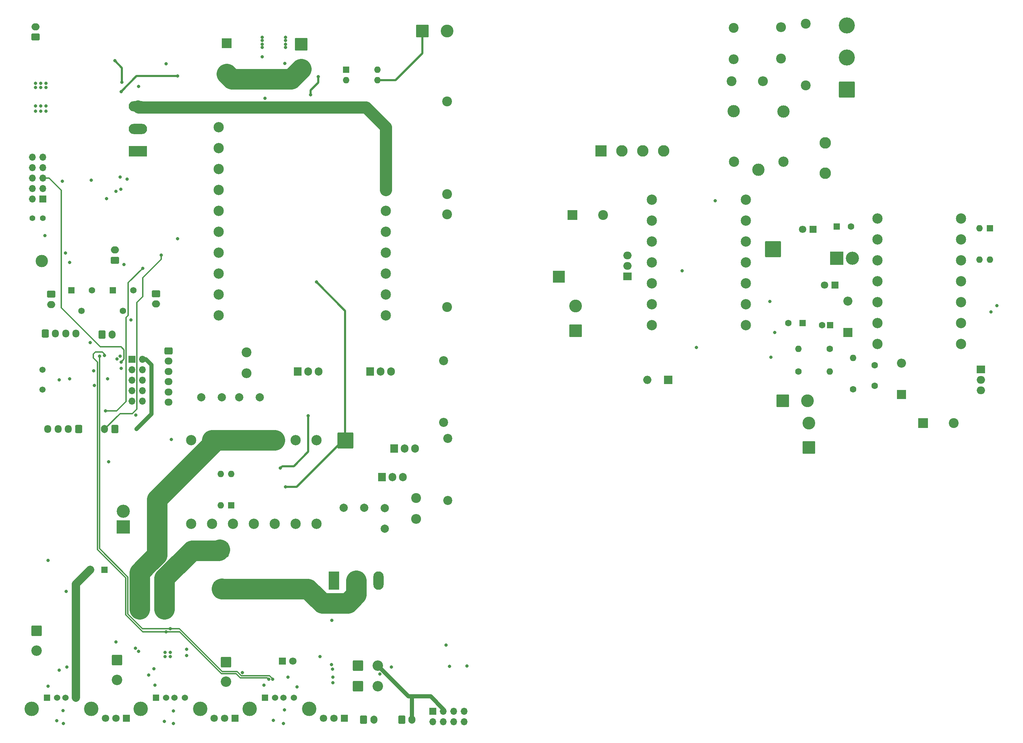
<source format=gbr>
%TF.GenerationSoftware,KiCad,Pcbnew,7.0.6-7.0.6~ubuntu22.04.1*%
%TF.CreationDate,2023-07-19T17:33:20+03:00*%
%TF.ProjectId,supply,73757070-6c79-42e6-9b69-6361645f7063,rev?*%
%TF.SameCoordinates,Original*%
%TF.FileFunction,Copper,L3,Inr*%
%TF.FilePolarity,Positive*%
%FSLAX46Y46*%
G04 Gerber Fmt 4.6, Leading zero omitted, Abs format (unit mm)*
G04 Created by KiCad (PCBNEW 7.0.6-7.0.6~ubuntu22.04.1) date 2023-07-19 17:33:20*
%MOMM*%
%LPD*%
G01*
G04 APERTURE LIST*
G04 Aperture macros list*
%AMRoundRect*
0 Rectangle with rounded corners*
0 $1 Rounding radius*
0 $2 $3 $4 $5 $6 $7 $8 $9 X,Y pos of 4 corners*
0 Add a 4 corners polygon primitive as box body*
4,1,4,$2,$3,$4,$5,$6,$7,$8,$9,$2,$3,0*
0 Add four circle primitives for the rounded corners*
1,1,$1+$1,$2,$3*
1,1,$1+$1,$4,$5*
1,1,$1+$1,$6,$7*
1,1,$1+$1,$8,$9*
0 Add four rect primitives between the rounded corners*
20,1,$1+$1,$2,$3,$4,$5,0*
20,1,$1+$1,$4,$5,$6,$7,0*
20,1,$1+$1,$6,$7,$8,$9,0*
20,1,$1+$1,$8,$9,$2,$3,0*%
G04 Aperture macros list end*
%TA.AperFunction,ComponentPad*%
%ADD10R,2.400000X2.400000*%
%TD*%
%TA.AperFunction,ComponentPad*%
%ADD11C,2.400000*%
%TD*%
%TA.AperFunction,ComponentPad*%
%ADD12R,3.200000X3.200000*%
%TD*%
%TA.AperFunction,ComponentPad*%
%ADD13O,3.200000X3.200000*%
%TD*%
%TA.AperFunction,ComponentPad*%
%ADD14R,3.000000X3.000000*%
%TD*%
%TA.AperFunction,ComponentPad*%
%ADD15R,1.600000X1.600000*%
%TD*%
%TA.AperFunction,ComponentPad*%
%ADD16O,1.600000X1.600000*%
%TD*%
%TA.AperFunction,ComponentPad*%
%ADD17O,2.400000X2.400000*%
%TD*%
%TA.AperFunction,ComponentPad*%
%ADD18R,1.700000X1.700000*%
%TD*%
%TA.AperFunction,ComponentPad*%
%ADD19O,1.700000X1.700000*%
%TD*%
%TA.AperFunction,ComponentPad*%
%ADD20R,1.800000X1.800000*%
%TD*%
%TA.AperFunction,ComponentPad*%
%ADD21C,1.800000*%
%TD*%
%TA.AperFunction,ComponentPad*%
%ADD22R,1.560000X1.560000*%
%TD*%
%TA.AperFunction,ComponentPad*%
%ADD23C,1.560000*%
%TD*%
%TA.AperFunction,ComponentPad*%
%ADD24C,1.600000*%
%TD*%
%TA.AperFunction,ComponentPad*%
%ADD25RoundRect,0.250002X1.699998X1.699998X-1.699998X1.699998X-1.699998X-1.699998X1.699998X-1.699998X0*%
%TD*%
%TA.AperFunction,ComponentPad*%
%ADD26RoundRect,0.249999X-1.025001X1.025001X-1.025001X-1.025001X1.025001X-1.025001X1.025001X1.025001X0*%
%TD*%
%TA.AperFunction,ComponentPad*%
%ADD27C,2.550000*%
%TD*%
%TA.AperFunction,ComponentPad*%
%ADD28RoundRect,0.250000X0.750000X-0.600000X0.750000X0.600000X-0.750000X0.600000X-0.750000X-0.600000X0*%
%TD*%
%TA.AperFunction,ComponentPad*%
%ADD29O,2.000000X1.700000*%
%TD*%
%TA.AperFunction,ComponentPad*%
%ADD30C,2.200000*%
%TD*%
%TA.AperFunction,ComponentPad*%
%ADD31C,1.400000*%
%TD*%
%TA.AperFunction,ComponentPad*%
%ADD32C,2.500000*%
%TD*%
%TA.AperFunction,ComponentPad*%
%ADD33RoundRect,0.250000X-0.725000X0.600000X-0.725000X-0.600000X0.725000X-0.600000X0.725000X0.600000X0*%
%TD*%
%TA.AperFunction,ComponentPad*%
%ADD34O,1.950000X1.700000*%
%TD*%
%TA.AperFunction,ComponentPad*%
%ADD35R,2.200000X2.200000*%
%TD*%
%TA.AperFunction,ComponentPad*%
%ADD36O,2.200000X2.200000*%
%TD*%
%TA.AperFunction,ComponentPad*%
%ADD37RoundRect,0.250000X-0.600000X-0.750000X0.600000X-0.750000X0.600000X0.750000X-0.600000X0.750000X0*%
%TD*%
%TA.AperFunction,ComponentPad*%
%ADD38O,1.700000X2.000000*%
%TD*%
%TA.AperFunction,ComponentPad*%
%ADD39RoundRect,0.249999X1.300001X-1.300001X1.300001X1.300001X-1.300001X1.300001X-1.300001X-1.300001X0*%
%TD*%
%TA.AperFunction,ComponentPad*%
%ADD40C,3.100000*%
%TD*%
%TA.AperFunction,ComponentPad*%
%ADD41RoundRect,0.250002X1.699998X-1.699998X1.699998X1.699998X-1.699998X1.699998X-1.699998X-1.699998X0*%
%TD*%
%TA.AperFunction,ComponentPad*%
%ADD42C,3.900000*%
%TD*%
%TA.AperFunction,ComponentPad*%
%ADD43C,2.000000*%
%TD*%
%TA.AperFunction,ComponentPad*%
%ADD44RoundRect,0.250000X0.600000X0.725000X-0.600000X0.725000X-0.600000X-0.725000X0.600000X-0.725000X0*%
%TD*%
%TA.AperFunction,ComponentPad*%
%ADD45O,1.700000X1.950000*%
%TD*%
%TA.AperFunction,ComponentPad*%
%ADD46RoundRect,0.250000X-0.600000X-0.725000X0.600000X-0.725000X0.600000X0.725000X-0.600000X0.725000X0*%
%TD*%
%TA.AperFunction,ComponentPad*%
%ADD47RoundRect,0.249999X-1.025001X-1.025001X1.025001X-1.025001X1.025001X1.025001X-1.025001X1.025001X0*%
%TD*%
%TA.AperFunction,ComponentPad*%
%ADD48R,4.500000X2.500000*%
%TD*%
%TA.AperFunction,ComponentPad*%
%ADD49O,4.500000X2.500000*%
%TD*%
%TA.AperFunction,ComponentPad*%
%ADD50R,1.905000X2.000000*%
%TD*%
%TA.AperFunction,ComponentPad*%
%ADD51O,1.905000X2.000000*%
%TD*%
%TA.AperFunction,ComponentPad*%
%ADD52R,1.524000X1.524000*%
%TD*%
%TA.AperFunction,ComponentPad*%
%ADD53C,1.524000*%
%TD*%
%TA.AperFunction,ComponentPad*%
%ADD54C,3.500000*%
%TD*%
%TA.AperFunction,ComponentPad*%
%ADD55RoundRect,0.249999X-1.300001X-1.300001X1.300001X-1.300001X1.300001X1.300001X-1.300001X1.300001X0*%
%TD*%
%TA.AperFunction,ComponentPad*%
%ADD56R,2.000000X1.905000*%
%TD*%
%TA.AperFunction,ComponentPad*%
%ADD57O,2.000000X1.905000*%
%TD*%
%TA.AperFunction,ComponentPad*%
%ADD58RoundRect,0.250000X-0.750000X0.600000X-0.750000X-0.600000X0.750000X-0.600000X0.750000X0.600000X0*%
%TD*%
%TA.AperFunction,ComponentPad*%
%ADD59RoundRect,0.250000X0.600000X0.750000X-0.600000X0.750000X-0.600000X-0.750000X0.600000X-0.750000X0*%
%TD*%
%TA.AperFunction,ComponentPad*%
%ADD60RoundRect,0.249999X-1.300001X1.300001X-1.300001X-1.300001X1.300001X-1.300001X1.300001X1.300001X0*%
%TD*%
%TA.AperFunction,ComponentPad*%
%ADD61C,3.000000*%
%TD*%
%TA.AperFunction,ComponentPad*%
%ADD62R,2.800000X2.800000*%
%TD*%
%TA.AperFunction,ComponentPad*%
%ADD63C,2.800000*%
%TD*%
%TA.AperFunction,ComponentPad*%
%ADD64R,2.500000X4.500000*%
%TD*%
%TA.AperFunction,ComponentPad*%
%ADD65O,2.500000X4.500000*%
%TD*%
%TA.AperFunction,ComponentPad*%
%ADD66RoundRect,0.249999X1.300001X1.300001X-1.300001X1.300001X-1.300001X-1.300001X1.300001X-1.300001X0*%
%TD*%
%TA.AperFunction,ComponentPad*%
%ADD67C,1.500000*%
%TD*%
%TA.AperFunction,ComponentPad*%
%ADD68R,2.000000X2.000000*%
%TD*%
%TA.AperFunction,ComponentPad*%
%ADD69O,2.000000X2.000000*%
%TD*%
%TA.AperFunction,ViaPad*%
%ADD70C,0.800000*%
%TD*%
%TA.AperFunction,Conductor*%
%ADD71C,0.500000*%
%TD*%
%TA.AperFunction,Conductor*%
%ADD72C,5.000000*%
%TD*%
%TA.AperFunction,Conductor*%
%ADD73C,3.000000*%
%TD*%
%TA.AperFunction,Conductor*%
%ADD74C,2.000000*%
%TD*%
%TA.AperFunction,Conductor*%
%ADD75C,1.000000*%
%TD*%
%TA.AperFunction,Conductor*%
%ADD76C,0.300000*%
%TD*%
G04 APERTURE END LIST*
D10*
%TO.N,/Input power with filter/VOUT_PRE_PFC*%
%TO.C,C1*%
X220250000Y-110000000D03*
D11*
%TO.N,/Input power with filter/VOUT_PRE_GND*%
X227750000Y-110000000D03*
%TD*%
D12*
%TO.N,Net-(D4-K)*%
%TO.C,D4*%
X284500000Y-120500000D03*
D13*
%TO.N,Net-(D4-A)*%
X288310000Y-120500000D03*
%TD*%
D14*
%TO.N,/Input power with filter/HV_GND*%
%TO.C,TP1*%
X217000000Y-125000000D03*
%TD*%
D15*
%TO.N,Net-(R59-Pad2)*%
%TO.C,U21*%
X165200000Y-74725000D03*
D16*
%TO.N,Net-(Q10-D)*%
X165200000Y-77265000D03*
%TO.N,GNDPWR*%
X172820000Y-77265000D03*
%TO.N,Net-(U22-CT)*%
X172820000Y-74725000D03*
%TD*%
D11*
%TO.N,/Input power with filter/STARTUP_PROTECT_IN*%
%TO.C,R1*%
X271000000Y-72010000D03*
D17*
%TO.N,Net-(R1-Pad2)*%
X271000000Y-64390000D03*
%TD*%
D18*
%TO.N,/Control & Fan/MOSI*%
%TO.C,J13*%
X113175000Y-145080000D03*
D19*
%TO.N,/Control & Fan/+5V_VSYS*%
X115715000Y-145080000D03*
%TO.N,unconnected-(J13-Pin_3-Pad3)*%
X113175000Y-147620000D03*
%TO.N,/Control & Fan/RXD*%
X115715000Y-147620000D03*
%TO.N,/Control & Fan/RESET#*%
X113175000Y-150160000D03*
%TO.N,/Control & Fan/TXD*%
X115715000Y-150160000D03*
%TO.N,/Control & Fan/SCK*%
X113175000Y-152700000D03*
%TO.N,GND*%
X115715000Y-152700000D03*
%TO.N,/Control & Fan/MISO*%
X113175000Y-155240000D03*
%TO.N,GND*%
X115715000Y-155240000D03*
%TD*%
D20*
%TO.N,Net-(D9-A1)*%
%TO.C,D9*%
X111800000Y-232250000D03*
D21*
%TO.N,Net-(D9-K)*%
X109260000Y-232250000D03*
%TO.N,Net-(D9-A2)*%
X106720000Y-232250000D03*
%TD*%
D11*
%TO.N,Net-(J5-Pin_3)*%
%TO.C,Y1*%
X277000000Y-63500000D03*
%TO.N,/Input power with filter/VOUT_PRE_GND*%
X277000000Y-78500000D03*
%TD*%
D22*
%TO.N,/Control & Fan/+5V_VSYS*%
%TO.C,RV4*%
X108500000Y-128260000D03*
D23*
%TO.N,Net-(U20A--)*%
X111000000Y-133260000D03*
%TO.N,GND*%
X113500000Y-128260000D03*
%TD*%
D24*
%TO.N,Net-(D3-K)*%
%TO.C,R7*%
X282825000Y-142500000D03*
D16*
%TO.N,Net-(R6-Pad1)*%
X275205000Y-142500000D03*
%TD*%
D25*
%TO.N,/Internal 5V & out usb/V_STANDBY*%
%TO.C,J4*%
X165100000Y-164750000D03*
%TD*%
D26*
%TO.N,/Internal 5V & out usb/USB_2_+5V*%
%TO.C,F3*%
X109500000Y-218100000D03*
D27*
%TO.N,/Internal 5V & out usb/VBUS_2_+*%
X109500000Y-222900000D03*
%TD*%
D18*
%TO.N,/Control & Fan/ATTINY_MOSI*%
%TO.C,J14*%
X91525000Y-106075000D03*
D19*
%TO.N,/Control & Fan/+5V_VSYS*%
X88985000Y-106075000D03*
%TO.N,unconnected-(J14-Pin_3-Pad3)*%
X91525000Y-103535000D03*
%TO.N,/Control & Fan/ATTINY_RXD*%
X88985000Y-103535000D03*
%TO.N,/Control & Fan/POWER_OUTPUT_RESET#*%
X91525000Y-100995000D03*
%TO.N,/Control & Fan/ATTINY_TXD*%
X88985000Y-100995000D03*
%TO.N,/Control & Fan/ATTINY_SCK*%
X91525000Y-98455000D03*
%TO.N,GND*%
X88985000Y-98455000D03*
%TO.N,/Control & Fan/ATTINY_MISO*%
X91525000Y-95915000D03*
%TO.N,GND*%
X88985000Y-95915000D03*
%TD*%
D18*
%TO.N,/Output connectors/5V_FUSE*%
%TO.C,J19*%
X186350000Y-230575000D03*
D19*
%TO.N,GND*%
X186350000Y-233115000D03*
%TO.N,/Output connectors/3.3V_FUSE*%
X188890000Y-230575000D03*
%TO.N,GND*%
X188890000Y-233115000D03*
%TO.N,/Output connectors/SIGNAL_OUT_PWR_5V*%
X191430000Y-230575000D03*
%TO.N,GND*%
X191430000Y-233115000D03*
%TO.N,/Output connectors/SIGNAL_OUT_PWR_3V3*%
X193970000Y-230575000D03*
%TO.N,GND*%
X193970000Y-233115000D03*
%TD*%
D11*
%TO.N,/Power output/RC_SNABBER_MIDDLEPOINT*%
%TO.C,R60*%
X141000000Y-143360000D03*
D17*
%TO.N,Net-(C50-Pad2)*%
X141000000Y-148440000D03*
%TD*%
D28*
%TO.N,GND*%
%TO.C,D28*%
X89750000Y-66750000D03*
D29*
%TO.N,Net-(D28-A)*%
X89750000Y-64250000D03*
%TD*%
D30*
%TO.N,Net-(C23-Pad1)*%
%TO.C,C23*%
X188925200Y-160357200D03*
%TO.N,/Internal 5V & out usb/400V*%
X188925200Y-145357200D03*
%TD*%
D15*
%TO.N,Net-(D4-K)*%
%TO.C,C8*%
X284500000Y-112750000D03*
D24*
%TO.N,/Input power with filter/HV_GND*%
X288000000Y-112750000D03*
%TD*%
D31*
%TO.N,/Control & Fan/ATTINY_SCK*%
%TO.C,JP6*%
X91500000Y-110750000D03*
%TO.N,Net-(JP6-B)*%
X88960000Y-110750000D03*
%TD*%
D32*
%TO.N,Net-(D10-A-Pad1)*%
%TO.C,TR3*%
X127600000Y-185000000D03*
X127600000Y-164680000D03*
X132680000Y-185000000D03*
%TO.N,GND*%
X132680000Y-164680000D03*
%TO.N,Net-(D10-A-Pad1)*%
X137760000Y-185000000D03*
%TO.N,GND*%
X137760000Y-164680000D03*
%TO.N,Net-(D10-A-Pad3)*%
X142840000Y-185000000D03*
%TO.N,GND*%
X142840000Y-164680000D03*
%TO.N,Net-(D10-A-Pad3)*%
X147920000Y-185000000D03*
%TO.N,GND*%
X147920000Y-164680000D03*
%TO.N,Net-(D10-A-Pad3)*%
X153000000Y-185000000D03*
%TO.N,/Internal 5V & out usb/RC_SNABBER_MIDDLEPOINT*%
X153000000Y-164680000D03*
%TO.N,Net-(D10-A-Pad3)*%
X158080000Y-185000000D03*
%TO.N,Net-(C23-Pad1)*%
X158080000Y-164680000D03*
%TD*%
D24*
%TO.N,Net-(D2-K)*%
%TO.C,C6*%
X293750000Y-151500000D03*
%TO.N,/Input power with filter/OUT_400V*%
X293750000Y-146500000D03*
%TD*%
D20*
%TO.N,Net-(D6-K)*%
%TO.C,D6*%
X284100000Y-127000000D03*
D21*
%TO.N,Net-(D6-A)*%
X281560000Y-127000000D03*
%TD*%
D33*
%TO.N,Net-(J15-Pin_1)*%
%TO.C,J15*%
X122025000Y-143000000D03*
D34*
%TO.N,/Control & Fan/TFT_DC*%
X122025000Y-145500000D03*
%TO.N,/Control & Fan/MOSI*%
X122025000Y-148000000D03*
%TO.N,/Control & Fan/SCK*%
X122025000Y-150500000D03*
%TO.N,/Control & Fan/MISO*%
X122025000Y-153000000D03*
%TO.N,GND*%
X122025000Y-155500000D03*
%TD*%
D20*
%TO.N,Net-(D18-K)*%
%TO.C,D18*%
X149725000Y-218350000D03*
D21*
%TO.N,/Internal 5V & out usb/+5V_OUT*%
X152265000Y-218350000D03*
%TD*%
D10*
%TO.N,/Internal 5V & out usb/+5V_OUT*%
%TO.C,C26*%
X124400000Y-194950000D03*
D11*
%TO.N,GND*%
X116900000Y-194950000D03*
%TD*%
D35*
%TO.N,Net-(D3-K)*%
%TO.C,D3*%
X287250000Y-138560000D03*
D36*
%TO.N,Net-(D3-A)*%
X287250000Y-130940000D03*
%TD*%
D37*
%TO.N,GND*%
%TO.C,J21*%
X169500000Y-232550000D03*
D38*
%TO.N,/Output connectors/5V_FUSE*%
X172000000Y-232550000D03*
%TD*%
D39*
%TO.N,Net-(DP1-K)*%
%TO.C,CP5*%
X221000000Y-138080000D03*
D40*
%TO.N,/Input power with filter/HV_GND*%
X221000000Y-132080000D03*
%TD*%
D41*
%TO.N,Net-(J5-Pin_1)*%
%TO.C,J5*%
X287000000Y-79550000D03*
D42*
%TO.N,/Input power with filter/STARTUP_PROTECT_IN*%
X287000000Y-71750000D03*
%TO.N,Net-(J5-Pin_3)*%
X287000000Y-63950000D03*
%TD*%
D24*
%TO.N,Net-(R6-Pad1)*%
%TO.C,R6*%
X275190000Y-148000000D03*
D16*
%TO.N,/Input power with filter/OUT_400V*%
X282810000Y-148000000D03*
%TD*%
D43*
%TO.N,Net-(C50-Pad2)*%
%TO.C,C51*%
X135000000Y-154250000D03*
%TO.N,GNDPWR*%
X130000000Y-154250000D03*
%TD*%
D44*
%TO.N,GND*%
%TO.C,J9*%
X100175000Y-162000000D03*
D45*
%TO.N,/Control & Fan/ENCODER_V_CLICK*%
X97675000Y-162000000D03*
%TO.N,/Control & Fan/ENCODER_V_B*%
X95175000Y-162000000D03*
%TO.N,/Control & Fan/ENCODER_V_A*%
X92675000Y-162000000D03*
%TD*%
D46*
%TO.N,GND*%
%TO.C,J11*%
X92075000Y-138800000D03*
D45*
%TO.N,/Control & Fan/ENCODER_I_CLICK*%
X94575000Y-138800000D03*
%TO.N,/Control & Fan/ENCODER_I_B*%
X97075000Y-138800000D03*
%TO.N,/Control & Fan/ENCODER_I_A*%
X99575000Y-138800000D03*
%TD*%
D32*
%TO.N,N/C*%
%TO.C,TR1*%
X262430000Y-136740000D03*
%TO.N,Net-(DP1-A)*%
X239570000Y-136740000D03*
%TO.N,N/C*%
X262430000Y-131660000D03*
%TO.N,Net-(DP1-A)*%
X239570000Y-131660000D03*
%TO.N,N/C*%
X262430000Y-126580000D03*
X239570000Y-126580000D03*
X262430000Y-121500000D03*
X239570000Y-121500000D03*
X262430000Y-116420000D03*
X239570000Y-116420000D03*
X262430000Y-111340000D03*
%TO.N,/Input power with filter/VOUT_PRE_PFC*%
X239570000Y-111340000D03*
%TO.N,N/C*%
X262430000Y-106260000D03*
%TO.N,/Input power with filter/VOUT_PRE_PFC*%
X239570000Y-106260000D03*
%TD*%
D35*
%TO.N,Net-(D2-K)*%
%TO.C,D2*%
X300250000Y-153560000D03*
D36*
%TO.N,Net-(D2-A)*%
X300250000Y-145940000D03*
%TD*%
D47*
%TO.N,/Output connectors/5V_-*%
%TO.C,F7*%
X168100000Y-224500000D03*
D27*
%TO.N,/Output connectors/5V_FUSE*%
X172900000Y-224500000D03*
%TD*%
D30*
%TO.N,GNDPWR*%
%TO.C,C25*%
X189992000Y-179305600D03*
%TO.N,Net-(C23-Pad1)*%
X189992000Y-164305600D03*
%TD*%
D10*
%TO.N,/Input power with filter/OUT_400V*%
%TO.C,C3*%
X305487246Y-160500000D03*
D11*
%TO.N,/Input power with filter/HV_GND*%
X312987246Y-160500000D03*
%TD*%
D48*
%TO.N,Net-(D27-A-Pad1)*%
%TO.C,D27*%
X114600000Y-94500000D03*
D49*
%TO.N,Net-(D27-K)*%
X114600000Y-89050000D03*
%TO.N,Net-(D27-A-Pad3)*%
X114600000Y-83600000D03*
%TD*%
D50*
%TO.N,Net-(QP2-G)*%
%TO.C,QP2*%
X153475000Y-147995000D03*
D51*
%TO.N,/Internal 5V & out usb/400V*%
X156015000Y-147995000D03*
%TO.N,/Power output/RC_SNABBER_MIDDLEPOINT*%
X158555000Y-147995000D03*
%TD*%
D20*
%TO.N,Net-(D5-K)*%
%TO.C,D5*%
X278775000Y-113500000D03*
D21*
%TO.N,/Standby Supply/V_STANDBY*%
X276235000Y-113500000D03*
%TD*%
D11*
%TO.N,/Internal 5V & out usb/RC_SNABBER_MIDDLEPOINT*%
%TO.C,R21*%
X182270400Y-178765200D03*
D17*
%TO.N,Net-(C14-Pad2)*%
X182270400Y-183845200D03*
%TD*%
D20*
%TO.N,Net-(D14-A1)*%
%TO.C,D14*%
X138250000Y-232250000D03*
D21*
%TO.N,Net-(D14-K)*%
X135710000Y-232250000D03*
%TO.N,Net-(D14-A2)*%
X133170000Y-232250000D03*
%TD*%
D47*
%TO.N,/Output connectors/3.3V_-*%
%TO.C,F6*%
X168100000Y-219500000D03*
D27*
%TO.N,/Output connectors/3.3V_FUSE*%
X172900000Y-219500000D03*
%TD*%
D52*
%TO.N,/Internal 5V & out usb/VBUS_2*%
%TO.C,J7*%
X119000000Y-227272500D03*
D53*
%TO.N,Net-(J7-D-)*%
X121500000Y-227272500D03*
%TO.N,Net-(J7-D+)*%
X123500000Y-227272500D03*
%TO.N,GND*%
X126000000Y-227272500D03*
D54*
X115250000Y-229982500D03*
X129750000Y-229982500D03*
%TD*%
D55*
%TO.N,GNDPWR*%
%TO.C,J2*%
X183750000Y-65250000D03*
D40*
%TO.N,/Internal 5V & out usb/400V*%
X189750000Y-65250000D03*
%TD*%
D26*
%TO.N,/Internal 5V & out usb/USB_3_+5V*%
%TO.C,F4*%
X136000000Y-218600000D03*
D27*
%TO.N,/Internal 5V & out usb/VBUS_3_+*%
X136000000Y-223400000D03*
%TD*%
D28*
%TO.N,/Control & Fan/+5V_VSYS*%
%TO.C,M1*%
X108975000Y-121000000D03*
D29*
%TO.N,Net-(M1--)*%
X108975000Y-118500000D03*
%TD*%
D50*
%TO.N,Net-(QP3-G)*%
%TO.C,QP3*%
X171075000Y-148000000D03*
D51*
%TO.N,/Power output/RC_SNABBER_MIDDLEPOINT*%
X173615000Y-148000000D03*
%TO.N,GNDPWR*%
X176155000Y-148000000D03*
%TD*%
D56*
%TO.N,Net-(QP1-G)*%
%TO.C,QP1*%
X233630000Y-124915000D03*
D57*
%TO.N,Net-(DP1-A)*%
X233630000Y-122375000D03*
%TO.N,/Input power with filter/HV_GND*%
X233630000Y-119835000D03*
%TD*%
D58*
%TO.N,/Control & Fan/+5V_VSYS*%
%TO.C,TH1*%
X119025000Y-129100000D03*
D29*
%TO.N,Net-(U20A-+)*%
X119025000Y-131600000D03*
%TD*%
D43*
%TO.N,Net-(C14-Pad2)*%
%TO.C,C16*%
X174599600Y-181203600D03*
%TO.N,GNDPWR*%
X174599600Y-186203600D03*
%TD*%
D11*
%TO.N,Net-(R1-Pad2)*%
%TO.C,R2*%
X259500000Y-64490000D03*
D17*
%TO.N,Net-(R2-Pad2)*%
X259500000Y-72110000D03*
%TD*%
D58*
%TO.N,/Control & Fan/+5V_VSYS*%
%TO.C,TH2*%
X93500000Y-129250000D03*
D29*
%TO.N,Net-(U20B-+)*%
X93500000Y-131750000D03*
%TD*%
D43*
%TO.N,/Internal 5V & out usb/400V*%
%TO.C,C50*%
X144250000Y-154250000D03*
%TO.N,Net-(C50-Pad2)*%
X139250000Y-154250000D03*
%TD*%
D11*
%TO.N,GNDPWR*%
%TO.C,C56*%
X189800000Y-132350000D03*
%TO.N,Net-(C55-Pad1)*%
X189800000Y-109850000D03*
%TD*%
D20*
%TO.N,Net-(D17-A1)*%
%TO.C,D17*%
X164800000Y-232250000D03*
D21*
%TO.N,Net-(D17-K)*%
X162260000Y-232250000D03*
%TO.N,Net-(D17-A2)*%
X159720000Y-232250000D03*
%TD*%
D22*
%TO.N,/Control & Fan/+5V_VSYS*%
%TO.C,RV5*%
X98425000Y-128260000D03*
D23*
%TO.N,Net-(U20B--)*%
X100925000Y-133260000D03*
%TO.N,GND*%
X103425000Y-128260000D03*
%TD*%
D50*
%TO.N,Net-(Q5-G)*%
%TO.C,Q5*%
X176960000Y-166695000D03*
D51*
%TO.N,/Internal 5V & out usb/RC_SNABBER_MIDDLEPOINT*%
X179500000Y-166695000D03*
%TO.N,GNDPWR*%
X182040000Y-166695000D03*
%TD*%
D26*
%TO.N,/Internal 5V & out usb/USB_1_BP*%
%TO.C,F2*%
X90000000Y-211000000D03*
D27*
%TO.N,/Internal 5V & out usb/VBUS_1_+*%
X90000000Y-215800000D03*
%TD*%
D59*
%TO.N,/Control & Fan/+5V_VSYS*%
%TO.C,SW3*%
X109000000Y-162000000D03*
D38*
%TO.N,/Control & Fan/IS_ONOFF_BUTTON_PRESSED*%
X106500000Y-162000000D03*
%TD*%
D39*
%TO.N,/Input power with filter/HV_GND*%
%TO.C,J1*%
X277750000Y-166500000D03*
D40*
%TO.N,/Input power with filter/OUT_400V*%
X277750000Y-160500000D03*
%TD*%
D60*
%TO.N,/Output connectors/POWER_OUT*%
%TO.C,J18*%
X154300000Y-68526400D03*
D40*
%TO.N,GND*%
X154300000Y-74526400D03*
%TD*%
D15*
%TO.N,Net-(D6-A)*%
%TO.C,C10*%
X276250000Y-136250000D03*
D24*
%TO.N,/Input power with filter/HV_GND*%
X272750000Y-136250000D03*
%TD*%
D52*
%TO.N,/Internal 5V & out usb/VBUS_1*%
%TO.C,J6*%
X92500000Y-227272500D03*
D53*
%TO.N,/Internal 5V & out usb/USB_1_D-*%
X95000000Y-227272500D03*
%TO.N,/Internal 5V & out usb/USB_1_D+*%
X97000000Y-227272500D03*
%TO.N,GND*%
X99500000Y-227272500D03*
D54*
X88750000Y-229982500D03*
X103250000Y-229982500D03*
%TD*%
D15*
%TO.N,/Internal 5V & out usb/USB_1_BP*%
%TO.C,C22*%
X106475000Y-196200000D03*
D24*
%TO.N,GND*%
X102975000Y-196200000D03*
%TD*%
D52*
%TO.N,/Internal 5V & out usb/VBUS_3*%
%TO.C,J8*%
X145500000Y-227272500D03*
D53*
%TO.N,Net-(J8-D-)*%
X148000000Y-227272500D03*
%TO.N,Net-(J8-D+)*%
X150000000Y-227272500D03*
%TO.N,GND*%
X152500000Y-227272500D03*
D54*
X141750000Y-229982500D03*
X156250000Y-229982500D03*
%TD*%
D37*
%TO.N,GND*%
%TO.C,J20*%
X178750000Y-232550000D03*
D38*
%TO.N,/Output connectors/3.3V_FUSE*%
X181250000Y-232550000D03*
%TD*%
D15*
%TO.N,Net-(D3-K)*%
%TO.C,C4*%
X282955113Y-136750000D03*
D24*
%TO.N,/Input power with filter/HV_GND*%
X280955113Y-136750000D03*
%TD*%
D25*
%TO.N,/Standby Supply/V_STANDBY*%
%TO.C,J3*%
X269000000Y-118250000D03*
%TD*%
D61*
%TO.N,/Input power with filter/STARTUP_PROTECT_IN*%
%TO.C,K1*%
X265500000Y-99000000D03*
D32*
%TO.N,/Input power with filter/HV_GND*%
X271550000Y-97050000D03*
D61*
%TO.N,/Input power with filter/STARTUP_PROTECT_OUT*%
X271550000Y-84850000D03*
%TO.N,unconnected-(K1-Pad4)*%
X259500000Y-84800000D03*
D32*
%TO.N,Net-(K1-Pad5)*%
X259550000Y-97050000D03*
%TD*%
D62*
%TO.N,/Input power with filter/VOUT_PRE_PFC*%
%TO.C,D1*%
X227242500Y-94442500D03*
D63*
%TO.N,Net-(J5-Pin_1)*%
X232322500Y-94442500D03*
%TO.N,/Input power with filter/STARTUP_PROTECT_OUT*%
X237402500Y-94442500D03*
%TO.N,/Input power with filter/VOUT_PRE_GND*%
X242482500Y-94442500D03*
%TD*%
D32*
%TO.N,N/C*%
%TO.C,TR2*%
X294465000Y-110860000D03*
X314785000Y-110860000D03*
%TO.N,/Input power with filter/HV_GND*%
X294465000Y-115940000D03*
%TO.N,N/C*%
X314785000Y-115940000D03*
%TO.N,Net-(D4-A)*%
X294465000Y-121020000D03*
%TO.N,N/C*%
X314785000Y-121020000D03*
%TO.N,/Input power with filter/HV_GND*%
X294465000Y-126100000D03*
%TO.N,N/C*%
X314785000Y-126100000D03*
%TO.N,Net-(D3-A)*%
X294465000Y-131180000D03*
%TO.N,N/C*%
X314785000Y-131180000D03*
%TO.N,Net-(D2-A)*%
X294465000Y-136260000D03*
%TO.N,N/C*%
X314785000Y-136260000D03*
%TO.N,/Input power with filter/OUT_400V*%
X294465000Y-141340000D03*
%TO.N,N/C*%
X314785000Y-141340000D03*
%TD*%
D24*
%TO.N,Net-(D2-K)*%
%TO.C,R8*%
X288500000Y-152310000D03*
D16*
%TO.N,/Input power with filter/OUT_400V*%
X288500000Y-144690000D03*
%TD*%
D64*
%TO.N,Net-(D10-A-Pad1)*%
%TO.C,D10*%
X162250000Y-198770000D03*
D65*
%TO.N,Net-(D10-K)*%
X167700000Y-198770000D03*
%TO.N,Net-(D10-A-Pad3)*%
X173150000Y-198770000D03*
%TD*%
D15*
%TO.N,Net-(R12-Pad1)*%
%TO.C,U4*%
X321775000Y-113200000D03*
D16*
%TO.N,Net-(U5-K)*%
X319235000Y-113200000D03*
%TO.N,/Input power with filter/HV_GND*%
X319235000Y-120820000D03*
%TO.N,/Standby Supply/FEEDBACK*%
X321775000Y-120820000D03*
%TD*%
D43*
%TO.N,/Internal 5V & out usb/400V*%
%TO.C,C14*%
X164672000Y-181152800D03*
%TO.N,Net-(C14-Pad2)*%
X169672000Y-181152800D03*
%TD*%
D10*
%TO.N,Net-(U24-+)*%
%TO.C,C57*%
X136200000Y-68222220D03*
D11*
%TO.N,GND*%
X136200000Y-75722220D03*
%TD*%
%TO.N,Net-(R2-Pad2)*%
%TO.C,R3*%
X258990000Y-77500000D03*
D17*
%TO.N,/Input power with filter/STARTUP_PROTECT_OUT*%
X266610000Y-77500000D03*
%TD*%
D66*
%TO.N,/Internal 5V & out usb/+5V_OUT*%
%TO.C,J17*%
X121000000Y-205750000D03*
D40*
%TO.N,GND*%
X115000000Y-205750000D03*
%TD*%
D37*
%TO.N,Net-(D19-K)*%
%TO.C,D19*%
X105875000Y-139000000D03*
D38*
%TO.N,Net-(D19-A)*%
X108375000Y-139000000D03*
%TD*%
D63*
%TO.N,Net-(J5-Pin_1)*%
%TO.C,RV1*%
X281750000Y-92500000D03*
%TO.N,/Input power with filter/STARTUP_PROTECT_IN*%
X281750000Y-99870000D03*
%TD*%
D50*
%TO.N,Net-(Q4-G)*%
%TO.C,Q4*%
X173960000Y-173695000D03*
D51*
%TO.N,/Internal 5V & out usb/400V*%
X176500000Y-173695000D03*
%TO.N,/Internal 5V & out usb/RC_SNABBER_MIDDLEPOINT*%
X179040000Y-173695000D03*
%TD*%
D61*
%TO.N,GND*%
%TO.C,TP3*%
X91275000Y-121200000D03*
%TD*%
D11*
%TO.N,Net-(C55-Pad1)*%
%TO.C,C55*%
X189800000Y-104918000D03*
%TO.N,/Internal 5V & out usb/400V*%
X189800000Y-82418000D03*
%TD*%
D67*
%TO.N,Net-(U17-XTAL2{slash}PB7)*%
%TO.C,X1*%
X91375000Y-152450000D03*
%TO.N,Net-(U17-XTAL1{slash}PB6)*%
X91375000Y-147570000D03*
%TD*%
D55*
%TO.N,Net-(DP1-K)*%
%TO.C,F1*%
X271400000Y-155100000D03*
D40*
%TO.N,/Input power with filter/OUT_400V*%
X277400000Y-155100000D03*
%TD*%
D56*
%TO.N,Net-(Q1-G)*%
%TO.C,Q1*%
X319555000Y-147460000D03*
D57*
%TO.N,Net-(D2-A)*%
X319555000Y-150000000D03*
%TO.N,/Input power with filter/HV_GND*%
X319555000Y-152540000D03*
%TD*%
D32*
%TO.N,/Power output/RC_SNABBER_MIDDLEPOINT*%
%TO.C,TR4*%
X174920000Y-134360000D03*
%TO.N,Net-(D27-A-Pad1)*%
X134280000Y-134360000D03*
%TO.N,/Power output/RC_SNABBER_MIDDLEPOINT*%
X174920000Y-129280000D03*
%TO.N,Net-(D27-A-Pad1)*%
X134280000Y-129280000D03*
%TO.N,N/C*%
X174920000Y-124200000D03*
%TO.N,Net-(D27-A-Pad1)*%
X134280000Y-124200000D03*
%TO.N,Net-(C55-Pad1)*%
X174920000Y-119120000D03*
%TO.N,Net-(D27-A-Pad1)*%
X134280000Y-119120000D03*
%TO.N,Net-(C55-Pad1)*%
X174920000Y-114040000D03*
%TO.N,N/C*%
X134280000Y-114040000D03*
X174920000Y-108960000D03*
X134280000Y-108960000D03*
%TO.N,Net-(D27-A-Pad3)*%
X174920000Y-103880000D03*
%TO.N,GND*%
X134280000Y-103880000D03*
%TO.N,Net-(D27-A-Pad3)*%
X174920000Y-98800000D03*
%TO.N,GND*%
X134280000Y-98800000D03*
%TO.N,Net-(D27-A-Pad3)*%
X174920000Y-93720000D03*
%TO.N,GND*%
X134280000Y-93720000D03*
%TO.N,Net-(D27-A-Pad3)*%
X174920000Y-88640000D03*
%TO.N,GND*%
X134280000Y-88640000D03*
%TD*%
D68*
%TO.N,Net-(DP1-K)*%
%TO.C,DP1*%
X243540000Y-150055000D03*
D69*
%TO.N,Net-(DP1-A)*%
X238460000Y-150055000D03*
%TD*%
D12*
%TO.N,/Internal 5V & out usb/USB_1_BP*%
%TO.C,D8*%
X111050000Y-185755000D03*
D13*
%TO.N,Net-(D8-A)*%
X111050000Y-181945000D03*
%TD*%
D15*
%TO.N,Net-(R19-Pad1)*%
%TO.C,U7*%
X137275000Y-180550000D03*
D16*
%TO.N,/Internal 5V & out usb/FEEDBACK*%
X134735000Y-180550000D03*
%TO.N,GNDPWR*%
X134735000Y-172930000D03*
%TO.N,Net-(U10-CT)*%
X137275000Y-172930000D03*
%TD*%
D70*
%TO.N,GNDPWR*%
X156000000Y-158750000D03*
X149250000Y-171500000D03*
%TO.N,/Input power with filter/VOUT_PRE_PFC*%
X250400000Y-142200000D03*
%TO.N,Net-(JP1-B)*%
X269500000Y-138500000D03*
%TO.N,GND*%
X121250000Y-216250000D03*
X98000000Y-149750000D03*
X95500000Y-150000000D03*
X122500000Y-217250000D03*
X110750000Y-77750000D03*
X109000000Y-72500000D03*
X122750000Y-164500000D03*
X121250000Y-217250000D03*
X144800000Y-71587500D03*
X122500000Y-216250000D03*
X151100000Y-222250000D03*
X189500000Y-214500000D03*
X92000000Y-115000000D03*
X107250000Y-149800000D03*
X109250000Y-213750000D03*
%TO.N,/Control & Fan/+5V_VSYS*%
X112900000Y-135500000D03*
X103250000Y-101525000D03*
X114250000Y-162000000D03*
X111250000Y-122000000D03*
X153300000Y-224600000D03*
X104000000Y-151400000D03*
X96500000Y-233500000D03*
X150000000Y-233500000D03*
X150300000Y-73200000D03*
X98000000Y-121500000D03*
X123250000Y-233500000D03*
X126500000Y-215500000D03*
X145500000Y-81600000D03*
%TO.N,/Internal 5V & out usb/USB_1_+5V*%
X107500000Y-169950000D03*
%TO.N,/Internal 5V & out usb/+3.3_VOUT*%
X161700000Y-219200000D03*
%TO.N,/Control & Fan/RESET#*%
X103887500Y-147800000D03*
%TO.N,/Control & Fan/POWER_OUTPUT_RESET#*%
X110500000Y-145750000D03*
%TO.N,/Input power with filter/PFC_VCC*%
X255000000Y-106500000D03*
X268250000Y-131000000D03*
X246900000Y-123500000D03*
%TO.N,/Control & Fan/ENABLE_FAN*%
X97000000Y-119250000D03*
X110500000Y-147250000D03*
%TO.N,/Internal 5V & out usb/VBUS_1_+*%
X114750000Y-216000000D03*
X97300000Y-219800000D03*
%TO.N,/Internal 5V & out usb/VBUS_3_+*%
X140024897Y-221125604D03*
X126500000Y-217025500D03*
%TO.N,/Internal 5V & out usb/VBUS_1*%
X92750000Y-224500000D03*
X114000000Y-215250000D03*
X95450000Y-220550000D03*
%TO.N,/Internal 5V & out usb/VBUS_2*%
X118750000Y-224250000D03*
X118500000Y-220250000D03*
X117250000Y-221749500D03*
%TO.N,/Internal 5V & out usb/VBUS_3*%
X145250000Y-224250000D03*
%TO.N,/Output connectors/POWER_OUT*%
X150500000Y-66800000D03*
X150500000Y-67600000D03*
X150500000Y-68500000D03*
X150500000Y-69300000D03*
%TO.N,/Input power with filter/PFC_OK#*%
X268500000Y-144500000D03*
%TO.N,/Internal 5V & out usb/+5V_OUT*%
X136250000Y-191750000D03*
X135350000Y-190750000D03*
X135300000Y-189900000D03*
X133450000Y-190750000D03*
X134300000Y-189900000D03*
X136250000Y-190750000D03*
X133400000Y-189900000D03*
X136250000Y-192750000D03*
X134350000Y-190750000D03*
X134350000Y-191750000D03*
X135350000Y-191750000D03*
X133450000Y-191750000D03*
X134350000Y-192750000D03*
X135350000Y-192750000D03*
X136200000Y-189900000D03*
X162000000Y-222249500D03*
X133450000Y-192750000D03*
X158900000Y-217250000D03*
X161750000Y-208500000D03*
%TO.N,/Control & Fan/TFT_ENABLE#*%
X109500000Y-145000000D03*
%TO.N,/Control & Fan/POWER_OUTPUT_FB*%
X156599312Y-80750500D03*
X158500000Y-76350000D03*
X124260000Y-115740000D03*
%TO.N,Net-(U3-GATE)*%
X322000000Y-133500000D03*
%TO.N,/Control & Fan/IS_ONOFF_BUTTON_PRESSED*%
X120250000Y-119750000D03*
%TO.N,/Internal 5V & out usb/VREF_2V5*%
X150250000Y-230250000D03*
X123250000Y-230500000D03*
X121000000Y-233000000D03*
X96375000Y-230375000D03*
X94885000Y-232885000D03*
X147500000Y-232750000D03*
%TO.N,/Control & Fan/SCL*%
X147400000Y-222800000D03*
X105250000Y-144250000D03*
X109250000Y-104250000D03*
X122500000Y-210500000D03*
%TO.N,/Control & Fan/SDA*%
X146400000Y-222750000D03*
X110450000Y-103750000D03*
X106500000Y-144129500D03*
X121500000Y-211250000D03*
%TO.N,Net-(Q12-D)*%
X190400000Y-219600000D03*
%TO.N,/Control & Fan/TFT_DC*%
X110250000Y-144250000D03*
%TO.N,/Input power with filter/HV_GND*%
X323500000Y-132000000D03*
%TO.N,/Internal 5V & out usb/V_STANDBY*%
X158000000Y-126250000D03*
X150500000Y-176000000D03*
%TO.N,Net-(D10-K)*%
X136250000Y-200250000D03*
X136250000Y-202250000D03*
X135350000Y-200250000D03*
X133400000Y-199400000D03*
X133450000Y-200250000D03*
X136200000Y-199400000D03*
X134350000Y-200250000D03*
X134350000Y-201250000D03*
X135350000Y-202250000D03*
X135300000Y-199400000D03*
X133450000Y-201250000D03*
X134300000Y-199400000D03*
X136250000Y-201250000D03*
X135350000Y-201250000D03*
X133450000Y-202250000D03*
X134350000Y-202250000D03*
%TO.N,/Control & Fan/ATTINY_SCK*%
X96250000Y-101750000D03*
%TO.N,Net-(Q3-G)*%
X92800000Y-193900000D03*
%TO.N,Net-(Q11-D)*%
X194612500Y-219587500D03*
%TO.N,/Control & Fan/SIGNAL_OUT*%
X114073956Y-158573956D03*
X176200000Y-219800000D03*
X173472536Y-221527464D03*
%TO.N,/Control & Fan/POWER_OUTPUT_OVERLOADED_LED*%
X107000000Y-106000000D03*
X103000000Y-141000000D03*
%TO.N,/Control & Fan/POWER_OUTPUT_VOLT_SENSE*%
X114750000Y-78750000D03*
X121500000Y-73250000D03*
%TO.N,/Control & Fan/POWER_OUTPUT_CURRENT_SENSE*%
X110500000Y-80000000D03*
X124250000Y-76250000D03*
%TO.N,/Control & Fan/ENABLE_POWER_OUTPUT*%
X106718748Y-157542171D03*
X115750000Y-122912500D03*
%TO.N,/Control & Fan/ATTINY_RXD*%
X110250000Y-100750000D03*
%TO.N,/Control & Fan/ATTINY_TXD*%
X112000000Y-101250000D03*
%TO.N,Net-(D27-K)*%
X91000000Y-83500000D03*
X92250000Y-84750000D03*
X89750000Y-84750000D03*
X92250000Y-83500000D03*
X89750000Y-83500000D03*
X91000000Y-84750000D03*
%TO.N,/Output connectors/3.3V_-*%
X161900000Y-220300000D03*
%TO.N,/Output connectors/5V_-*%
X162049500Y-223600000D03*
%TO.N,Net-(U12-FB)*%
X97200000Y-201400000D03*
%TO.N,Net-(U24-+)*%
X144800000Y-67600000D03*
X144800000Y-66800000D03*
X91000000Y-79000000D03*
X144800000Y-69300000D03*
X89750000Y-79000000D03*
X144800000Y-68500000D03*
X89750000Y-78000000D03*
X91000000Y-78000000D03*
X92250000Y-79000000D03*
X92250000Y-78000000D03*
%TD*%
D71*
%TO.N,GNDPWR*%
X152500000Y-171000000D02*
X156000000Y-167500000D01*
X156000000Y-167500000D02*
X156000000Y-158750000D01*
X149250000Y-171500000D02*
X149750000Y-171000000D01*
X183750000Y-70750000D02*
X183750000Y-65250000D01*
X177235000Y-77265000D02*
X183750000Y-70750000D01*
X149750000Y-171000000D02*
X152500000Y-171000000D01*
X172820000Y-77265000D02*
X177235000Y-77265000D01*
D72*
%TO.N,GND*%
X132680000Y-164680000D02*
X132680000Y-165695000D01*
D73*
X117050000Y-194950000D02*
X116900000Y-194950000D01*
D72*
X137477780Y-77000000D02*
X136200000Y-75722220D01*
X154300000Y-74526400D02*
X151826400Y-77000000D01*
D71*
X110750000Y-77750000D02*
X110750000Y-74250000D01*
X110750000Y-74250000D02*
X109000000Y-72500000D01*
D74*
X99500000Y-199675000D02*
X99500000Y-227272500D01*
X102975000Y-196200000D02*
X99500000Y-199675000D01*
D72*
X132680000Y-165695000D02*
X119250000Y-179125000D01*
X132680000Y-164680000D02*
X147920000Y-164680000D01*
X119250000Y-179125000D02*
X119250000Y-192600000D01*
X151826400Y-77000000D02*
X137477780Y-77000000D01*
X119250000Y-192600000D02*
X116900000Y-194950000D01*
X115000000Y-196850000D02*
X115000000Y-205750000D01*
X116900000Y-194950000D02*
X115000000Y-196850000D01*
D75*
%TO.N,/Control & Fan/+5V_VSYS*%
X115715000Y-145080000D02*
X116580000Y-145080000D01*
X116580000Y-145080000D02*
X117900000Y-146400000D01*
X117900000Y-158350000D02*
X114250000Y-162000000D01*
X117900000Y-146400000D02*
X117900000Y-158350000D01*
D76*
%TO.N,/Control & Fan/POWER_OUTPUT_RESET#*%
X96000000Y-104000000D02*
X92995000Y-100995000D01*
X110500000Y-142000000D02*
X105457106Y-142000000D01*
X105457106Y-142000000D02*
X96000000Y-132542894D01*
X110500000Y-145750000D02*
X111250000Y-145000000D01*
X111250000Y-142750000D02*
X110500000Y-142000000D01*
X92995000Y-100995000D02*
X91525000Y-100995000D01*
X96000000Y-132542894D02*
X96000000Y-104000000D01*
X111250000Y-145000000D02*
X111250000Y-142750000D01*
D72*
%TO.N,/Internal 5V & out usb/+5V_OUT*%
X124300000Y-194950000D02*
X121000000Y-198250000D01*
X121000000Y-198250000D02*
X121000000Y-205750000D01*
X124400000Y-194950000D02*
X124300000Y-194950000D01*
X124400000Y-194950000D02*
X127850000Y-191500000D01*
X134250000Y-191500000D02*
X134500000Y-191250000D01*
X127850000Y-191500000D02*
X134250000Y-191500000D01*
D71*
%TO.N,/Control & Fan/POWER_OUTPUT_FB*%
X156599312Y-80750500D02*
X156599312Y-79700688D01*
X156599312Y-79700688D02*
X158500000Y-77800000D01*
X158500000Y-77800000D02*
X158500000Y-76350000D01*
D76*
%TO.N,/Control & Fan/IS_ONOFF_BUTTON_PRESSED*%
X120250000Y-119750000D02*
X120250000Y-120750000D01*
X113250000Y-158250000D02*
X110250000Y-158250000D01*
X115800000Y-125200000D02*
X115800000Y-129800000D01*
X114375000Y-131225000D02*
X114375000Y-157125000D01*
X120250000Y-120750000D02*
X115800000Y-125200000D01*
X114375000Y-157125000D02*
X113250000Y-158250000D01*
X115800000Y-129800000D02*
X114375000Y-131225000D01*
X110250000Y-158250000D02*
X106500000Y-162000000D01*
%TO.N,/Control & Fan/SCL*%
X147400000Y-222800000D02*
X147400000Y-222689339D01*
X147400000Y-222689339D02*
X146610661Y-221900000D01*
X135100000Y-220900000D02*
X124700000Y-210500000D01*
X124700000Y-210500000D02*
X115719491Y-210500000D01*
X112150000Y-197950000D02*
X105250000Y-191050000D01*
X115719491Y-210500000D02*
X112150000Y-206930509D01*
X146610661Y-221900000D02*
X139739339Y-221900000D01*
X112150000Y-206930509D02*
X112150000Y-197950000D01*
X139739339Y-221900000D02*
X138739339Y-220900000D01*
X138739339Y-220900000D02*
X135100000Y-220900000D01*
X105250000Y-191050000D02*
X105250000Y-144250000D01*
%TO.N,/Control & Fan/SDA*%
X124742894Y-211250000D02*
X121500000Y-211250000D01*
X121500000Y-211250000D02*
X115762385Y-211250000D01*
X134892894Y-221400000D02*
X124742894Y-211250000D01*
X103750000Y-144750000D02*
X103750000Y-143750000D01*
X139500000Y-222400000D02*
X138500000Y-221400000D01*
X104750000Y-145750000D02*
X103750000Y-144750000D01*
X111650000Y-207137615D02*
X111650000Y-198157106D01*
X104750000Y-191257106D02*
X104750000Y-145750000D01*
X111650000Y-198157106D02*
X104750000Y-191257106D01*
X106000000Y-143250000D02*
X106500000Y-143750000D01*
X103750000Y-143750000D02*
X104250000Y-143250000D01*
X146050000Y-222400000D02*
X139500000Y-222400000D01*
X138500000Y-221400000D02*
X134892894Y-221400000D01*
X106500000Y-143750000D02*
X106500000Y-144129500D01*
X146400000Y-222750000D02*
X146050000Y-222400000D01*
X115762385Y-211250000D02*
X111650000Y-207137615D01*
X104250000Y-143250000D02*
X106000000Y-143250000D01*
D75*
%TO.N,/Output connectors/3.3V_FUSE*%
X173800000Y-220300000D02*
X180400000Y-226900000D01*
X181750000Y-226900000D02*
X185775000Y-226900000D01*
X181250000Y-227150000D02*
X181250000Y-232550000D01*
X181000000Y-226900000D02*
X181250000Y-227150000D01*
X181750000Y-226900000D02*
X181000000Y-226900000D01*
X185775000Y-226900000D02*
X188890000Y-230015000D01*
X188890000Y-230015000D02*
X188890000Y-230575000D01*
X180400000Y-226900000D02*
X181750000Y-226900000D01*
D71*
%TO.N,/Internal 5V & out usb/V_STANDBY*%
X165000000Y-133250000D02*
X158000000Y-126250000D01*
X150500000Y-176000000D02*
X153250000Y-176000000D01*
X165000000Y-164750000D02*
X165000000Y-133250000D01*
X153250000Y-176000000D02*
X164500000Y-164750000D01*
D72*
%TO.N,Net-(D10-K)*%
X167700000Y-202220000D02*
X165620000Y-204300000D01*
X165620000Y-204300000D02*
X159450000Y-204300000D01*
X159450000Y-204300000D02*
X155950000Y-200800000D01*
X135050000Y-200800000D02*
X135000000Y-200750000D01*
X167700000Y-198770000D02*
X167700000Y-202220000D01*
X155950000Y-200800000D02*
X135050000Y-200800000D01*
D71*
%TO.N,/Control & Fan/POWER_OUTPUT_CURRENT_SENSE*%
X124250000Y-76250000D02*
X114250000Y-76250000D01*
X114250000Y-76250000D02*
X110500000Y-80000000D01*
D76*
%TO.N,/Control & Fan/ENABLE_POWER_OUTPUT*%
X111750000Y-134901250D02*
X111750000Y-155250000D01*
X111750000Y-155250000D02*
X109457829Y-157542171D01*
X112250000Y-126412500D02*
X112250000Y-134401250D01*
X115750000Y-122912500D02*
X112250000Y-126412500D01*
X112250000Y-134401250D02*
X111750000Y-134901250D01*
X109457829Y-157542171D02*
X106718748Y-157542171D01*
D73*
%TO.N,Net-(D27-A-Pad3)*%
X114800000Y-83800000D02*
X114600000Y-83600000D01*
X170050000Y-83800000D02*
X114800000Y-83800000D01*
X174920000Y-103880000D02*
X174920000Y-88670000D01*
X174920000Y-88670000D02*
X170050000Y-83800000D01*
%TD*%
M02*

</source>
